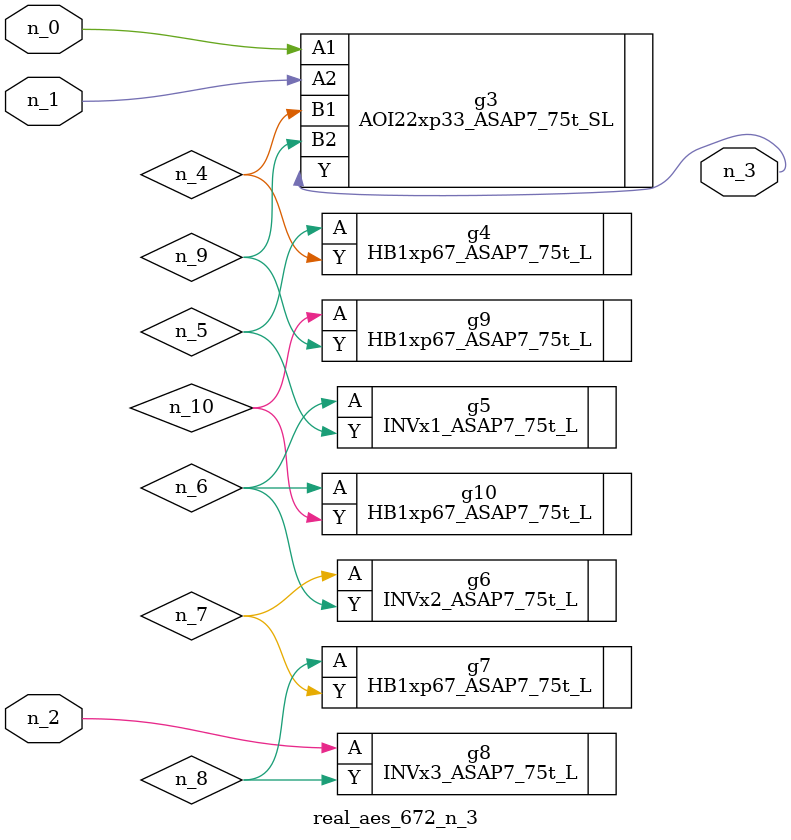
<source format=v>
module real_aes_672_n_3 (n_0, n_2, n_1, n_3);
input n_0;
input n_2;
input n_1;
output n_3;
wire n_4;
wire n_5;
wire n_7;
wire n_9;
wire n_6;
wire n_8;
wire n_10;
AOI22xp33_ASAP7_75t_SL g3 ( .A1(n_0), .A2(n_1), .B1(n_4), .B2(n_9), .Y(n_3) );
INVx3_ASAP7_75t_L g8 ( .A(n_2), .Y(n_8) );
HB1xp67_ASAP7_75t_L g4 ( .A(n_5), .Y(n_4) );
INVx1_ASAP7_75t_L g5 ( .A(n_6), .Y(n_5) );
HB1xp67_ASAP7_75t_L g10 ( .A(n_6), .Y(n_10) );
INVx2_ASAP7_75t_L g6 ( .A(n_7), .Y(n_6) );
HB1xp67_ASAP7_75t_L g7 ( .A(n_8), .Y(n_7) );
HB1xp67_ASAP7_75t_L g9 ( .A(n_10), .Y(n_9) );
endmodule
</source>
